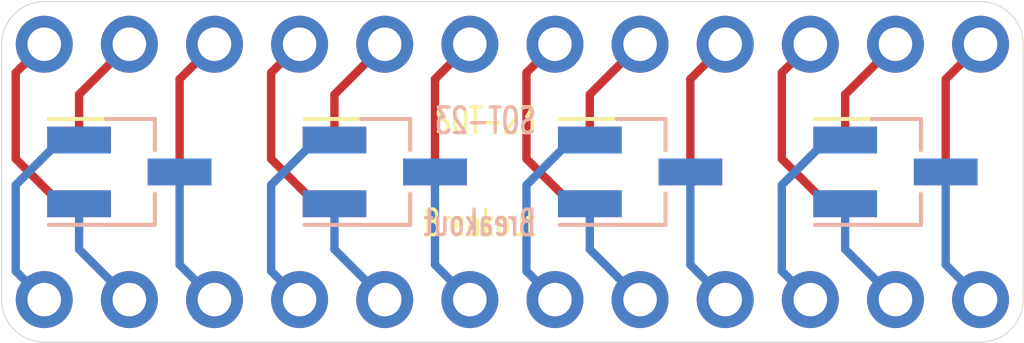
<source format=kicad_pcb>
(kicad_pcb (version 20171130) (host pcbnew 5.0.2-bee76a0~70~ubuntu16.04.1)

  (general
    (thickness 1.6)
    (drawings 12)
    (tracks 64)
    (zones 0)
    (modules 10)
    (nets 25)
  )

  (page A4)
  (layers
    (0 F.Cu signal)
    (31 B.Cu signal)
    (32 B.Adhes user)
    (33 F.Adhes user)
    (34 B.Paste user)
    (35 F.Paste user)
    (36 B.SilkS user)
    (37 F.SilkS user)
    (38 B.Mask user)
    (39 F.Mask user)
    (40 Dwgs.User user)
    (41 Cmts.User user)
    (42 Eco1.User user)
    (43 Eco2.User user)
    (44 Edge.Cuts user)
    (45 Margin user)
    (46 B.CrtYd user)
    (47 F.CrtYd user)
    (48 B.Fab user)
    (49 F.Fab user)
  )

  (setup
    (last_trace_width 0.25)
    (trace_clearance 0.2)
    (zone_clearance 0.508)
    (zone_45_only no)
    (trace_min 0.2)
    (segment_width 0.2)
    (edge_width 0.15)
    (via_size 0.8)
    (via_drill 0.4)
    (via_min_size 0.4)
    (via_min_drill 0.3)
    (uvia_size 0.3)
    (uvia_drill 0.1)
    (uvias_allowed no)
    (uvia_min_size 0.2)
    (uvia_min_drill 0.1)
    (pcb_text_width 0.3)
    (pcb_text_size 1.5 1.5)
    (mod_edge_width 0.15)
    (mod_text_size 1 1)
    (mod_text_width 0.15)
    (pad_size 1.524 1.524)
    (pad_drill 0.762)
    (pad_to_mask_clearance 0.051)
    (solder_mask_min_width 0.25)
    (aux_axis_origin 0 0)
    (visible_elements FFFFF77F)
    (pcbplotparams
      (layerselection 0x310f0_ffffffff)
      (usegerberextensions false)
      (usegerberattributes false)
      (usegerberadvancedattributes false)
      (creategerberjobfile false)
      (excludeedgelayer true)
      (linewidth 0.100000)
      (plotframeref false)
      (viasonmask false)
      (mode 1)
      (useauxorigin false)
      (hpglpennumber 1)
      (hpglpenspeed 20)
      (hpglpendiameter 15.000000)
      (psnegative false)
      (psa4output false)
      (plotreference true)
      (plotvalue true)
      (plotinvisibletext false)
      (padsonsilk false)
      (subtractmaskfromsilk false)
      (outputformat 1)
      (mirror false)
      (drillshape 0)
      (scaleselection 1)
      (outputdirectory "gerber"))
  )

  (net 0 "")
  (net 1 "Net-(J1-Pad3)")
  (net 2 "Net-(J1-Pad4)")
  (net 3 "Net-(J1-Pad5)")
  (net 4 "Net-(J1-Pad6)")
  (net 5 "Net-(J1-Pad2)")
  (net 6 "Net-(J1-Pad1)")
  (net 7 "Net-(J2-Pad1)")
  (net 8 "Net-(J2-Pad2)")
  (net 9 "Net-(J2-Pad3)")
  (net 10 "Net-(J2-Pad4)")
  (net 11 "Net-(J2-Pad5)")
  (net 12 "Net-(J2-Pad6)")
  (net 13 "Net-(J1-Pad12)")
  (net 14 "Net-(J1-Pad11)")
  (net 15 "Net-(J1-Pad10)")
  (net 16 "Net-(J1-Pad9)")
  (net 17 "Net-(J1-Pad8)")
  (net 18 "Net-(J1-Pad7)")
  (net 19 "Net-(J2-Pad7)")
  (net 20 "Net-(J2-Pad8)")
  (net 21 "Net-(J2-Pad9)")
  (net 22 "Net-(J2-Pad10)")
  (net 23 "Net-(J2-Pad11)")
  (net 24 "Net-(J2-Pad12)")

  (net_class Default "This is the default net class."
    (clearance 0.2)
    (trace_width 0.25)
    (via_dia 0.8)
    (via_drill 0.4)
    (uvia_dia 0.3)
    (uvia_drill 0.1)
    (add_net "Net-(J1-Pad1)")
    (add_net "Net-(J1-Pad10)")
    (add_net "Net-(J1-Pad11)")
    (add_net "Net-(J1-Pad12)")
    (add_net "Net-(J1-Pad2)")
    (add_net "Net-(J1-Pad3)")
    (add_net "Net-(J1-Pad4)")
    (add_net "Net-(J1-Pad5)")
    (add_net "Net-(J1-Pad6)")
    (add_net "Net-(J1-Pad7)")
    (add_net "Net-(J1-Pad8)")
    (add_net "Net-(J1-Pad9)")
    (add_net "Net-(J2-Pad1)")
    (add_net "Net-(J2-Pad10)")
    (add_net "Net-(J2-Pad11)")
    (add_net "Net-(J2-Pad12)")
    (add_net "Net-(J2-Pad2)")
    (add_net "Net-(J2-Pad3)")
    (add_net "Net-(J2-Pad4)")
    (add_net "Net-(J2-Pad5)")
    (add_net "Net-(J2-Pad6)")
    (add_net "Net-(J2-Pad7)")
    (add_net "Net-(J2-Pad8)")
    (add_net "Net-(J2-Pad9)")
  )

  (module Package_TO_SOT_SMD:SOT-23_Handsoldering (layer F.Cu) (tedit 5E9B88E9) (tstamp 5EB6DD49)
    (at 152.4 80.01)
    (descr "SOT-23, Handsoldering")
    (tags SOT-23)
    (path /5E9C5C43)
    (attr smd)
    (fp_text reference Q1 (at 2.54 1.778) (layer F.SilkS) hide
      (effects (font (size 1 1) (thickness 0.15)))
    )
    (fp_text value Q_NMOS_GSD (at 0 2.5) (layer F.Fab) hide
      (effects (font (size 1 1) (thickness 0.15)))
    )
    (fp_line (start 0.76 1.58) (end -0.7 1.58) (layer F.SilkS) (width 0.12))
    (fp_line (start -0.7 1.52) (end 0.7 1.52) (layer F.Fab) (width 0.1))
    (fp_line (start 0.7 -1.52) (end 0.7 1.52) (layer F.Fab) (width 0.1))
    (fp_line (start -0.7 -0.95) (end -0.15 -1.52) (layer F.Fab) (width 0.1))
    (fp_line (start -0.15 -1.52) (end 0.7 -1.52) (layer F.Fab) (width 0.1))
    (fp_line (start -0.7 -0.95) (end -0.7 1.5) (layer F.Fab) (width 0.1))
    (fp_line (start 0.76 -1.58) (end -2.4 -1.58) (layer F.SilkS) (width 0.12))
    (fp_line (start -2.7 1.75) (end -2.7 -1.75) (layer F.CrtYd) (width 0.05))
    (fp_line (start 2.7 1.75) (end -2.7 1.75) (layer F.CrtYd) (width 0.05))
    (fp_line (start 2.7 -1.75) (end 2.7 1.75) (layer F.CrtYd) (width 0.05))
    (fp_line (start -2.7 -1.75) (end 2.7 -1.75) (layer F.CrtYd) (width 0.05))
    (fp_line (start 0.76 -1.58) (end 0.76 -0.65) (layer F.SilkS) (width 0.12))
    (fp_line (start 0.76 1.58) (end 0.76 0.65) (layer F.SilkS) (width 0.12))
    (fp_text user %R (at 0 0 90) (layer F.Fab)
      (effects (font (size 0.5 0.5) (thickness 0.075)))
    )
    (pad 3 smd rect (at 1.5 0) (size 1.9 0.8) (layers F.Cu F.Paste F.Mask)
      (net 13 "Net-(J1-Pad12)"))
    (pad 2 smd rect (at -1.5 0.95) (size 1.9 0.8) (layers F.Cu F.Paste F.Mask)
      (net 15 "Net-(J1-Pad10)"))
    (pad 1 smd rect (at -1.5 -0.95) (size 1.9 0.8) (layers F.Cu F.Paste F.Mask)
      (net 14 "Net-(J1-Pad11)"))
    (model ${KISYS3DMOD}/Package_TO_SOT_SMD.3dshapes/SOT-23.wrl
      (at (xyz 0 0 0))
      (scale (xyz 1 1 1))
      (rotate (xyz 0 0 0))
    )
  )

  (module Package_TO_SOT_SMD:SOT-23_Handsoldering (layer F.Cu) (tedit 5E9B88EC) (tstamp 5EB6DD5E)
    (at 144.78 80.01)
    (descr "SOT-23, Handsoldering")
    (tags SOT-23)
    (path /5E9C5C30)
    (attr smd)
    (fp_text reference Q2 (at 2.032 1.778) (layer F.SilkS) hide
      (effects (font (size 1 1) (thickness 0.15)))
    )
    (fp_text value Q_NMOS_GSD (at 0 2.5) (layer F.Fab) hide
      (effects (font (size 1 1) (thickness 0.15)))
    )
    (fp_text user %R (at 0 0 90) (layer F.Fab)
      (effects (font (size 0.5 0.5) (thickness 0.075)))
    )
    (fp_line (start 0.76 1.58) (end 0.76 0.65) (layer F.SilkS) (width 0.12))
    (fp_line (start 0.76 -1.58) (end 0.76 -0.65) (layer F.SilkS) (width 0.12))
    (fp_line (start -2.7 -1.75) (end 2.7 -1.75) (layer F.CrtYd) (width 0.05))
    (fp_line (start 2.7 -1.75) (end 2.7 1.75) (layer F.CrtYd) (width 0.05))
    (fp_line (start 2.7 1.75) (end -2.7 1.75) (layer F.CrtYd) (width 0.05))
    (fp_line (start -2.7 1.75) (end -2.7 -1.75) (layer F.CrtYd) (width 0.05))
    (fp_line (start 0.76 -1.58) (end -2.4 -1.58) (layer F.SilkS) (width 0.12))
    (fp_line (start -0.7 -0.95) (end -0.7 1.5) (layer F.Fab) (width 0.1))
    (fp_line (start -0.15 -1.52) (end 0.7 -1.52) (layer F.Fab) (width 0.1))
    (fp_line (start -0.7 -0.95) (end -0.15 -1.52) (layer F.Fab) (width 0.1))
    (fp_line (start 0.7 -1.52) (end 0.7 1.52) (layer F.Fab) (width 0.1))
    (fp_line (start -0.7 1.52) (end 0.7 1.52) (layer F.Fab) (width 0.1))
    (fp_line (start 0.76 1.58) (end -0.7 1.58) (layer F.SilkS) (width 0.12))
    (pad 1 smd rect (at -1.5 -0.95) (size 1.9 0.8) (layers F.Cu F.Paste F.Mask)
      (net 17 "Net-(J1-Pad8)"))
    (pad 2 smd rect (at -1.5 0.95) (size 1.9 0.8) (layers F.Cu F.Paste F.Mask)
      (net 18 "Net-(J1-Pad7)"))
    (pad 3 smd rect (at 1.5 0) (size 1.9 0.8) (layers F.Cu F.Paste F.Mask)
      (net 16 "Net-(J1-Pad9)"))
    (model ${KISYS3DMOD}/Package_TO_SOT_SMD.3dshapes/SOT-23.wrl
      (at (xyz 0 0 0))
      (scale (xyz 1 1 1))
      (rotate (xyz 0 0 0))
    )
  )

  (module Package_TO_SOT_SMD:SOT-23_Handsoldering (layer F.Cu) (tedit 5E9B88EF) (tstamp 5EB6DD73)
    (at 137.16 80.01)
    (descr "SOT-23, Handsoldering")
    (tags SOT-23)
    (path /5E9C5C24)
    (attr smd)
    (fp_text reference Q3 (at 3.048 -1.778) (layer F.SilkS) hide
      (effects (font (size 1 1) (thickness 0.15)))
    )
    (fp_text value Q_NMOS_GSD (at 0 2.5) (layer F.Fab) hide
      (effects (font (size 1 1) (thickness 0.15)))
    )
    (fp_text user %R (at 0 0 90) (layer F.Fab)
      (effects (font (size 0.5 0.5) (thickness 0.075)))
    )
    (fp_line (start 0.76 1.58) (end 0.76 0.65) (layer F.SilkS) (width 0.12))
    (fp_line (start 0.76 -1.58) (end 0.76 -0.65) (layer F.SilkS) (width 0.12))
    (fp_line (start -2.7 -1.75) (end 2.7 -1.75) (layer F.CrtYd) (width 0.05))
    (fp_line (start 2.7 -1.75) (end 2.7 1.75) (layer F.CrtYd) (width 0.05))
    (fp_line (start 2.7 1.75) (end -2.7 1.75) (layer F.CrtYd) (width 0.05))
    (fp_line (start -2.7 1.75) (end -2.7 -1.75) (layer F.CrtYd) (width 0.05))
    (fp_line (start 0.76 -1.58) (end -2.4 -1.58) (layer F.SilkS) (width 0.12))
    (fp_line (start -0.7 -0.95) (end -0.7 1.5) (layer F.Fab) (width 0.1))
    (fp_line (start -0.15 -1.52) (end 0.7 -1.52) (layer F.Fab) (width 0.1))
    (fp_line (start -0.7 -0.95) (end -0.15 -1.52) (layer F.Fab) (width 0.1))
    (fp_line (start 0.7 -1.52) (end 0.7 1.52) (layer F.Fab) (width 0.1))
    (fp_line (start -0.7 1.52) (end 0.7 1.52) (layer F.Fab) (width 0.1))
    (fp_line (start 0.76 1.58) (end -0.7 1.58) (layer F.SilkS) (width 0.12))
    (pad 1 smd rect (at -1.5 -0.95) (size 1.9 0.8) (layers F.Cu F.Paste F.Mask)
      (net 3 "Net-(J1-Pad5)"))
    (pad 2 smd rect (at -1.5 0.95) (size 1.9 0.8) (layers F.Cu F.Paste F.Mask)
      (net 2 "Net-(J1-Pad4)"))
    (pad 3 smd rect (at 1.5 0) (size 1.9 0.8) (layers F.Cu F.Paste F.Mask)
      (net 4 "Net-(J1-Pad6)"))
    (model ${KISYS3DMOD}/Package_TO_SOT_SMD.3dshapes/SOT-23.wrl
      (at (xyz 0 0 0))
      (scale (xyz 1 1 1))
      (rotate (xyz 0 0 0))
    )
  )

  (module Package_TO_SOT_SMD:SOT-23_Handsoldering (layer F.Cu) (tedit 5E9B88F2) (tstamp 5EB6DD88)
    (at 129.54 80.01)
    (descr "SOT-23, Handsoldering")
    (tags SOT-23)
    (path /5E9C5C1A)
    (attr smd)
    (fp_text reference Q4 (at 2.54 -1.778) (layer F.SilkS) hide
      (effects (font (size 1 1) (thickness 0.15)))
    )
    (fp_text value Q_NMOS_GSD (at 0 2.5) (layer F.Fab) hide
      (effects (font (size 1 1) (thickness 0.15)))
    )
    (fp_line (start 0.76 1.58) (end -0.7 1.58) (layer F.SilkS) (width 0.12))
    (fp_line (start -0.7 1.52) (end 0.7 1.52) (layer F.Fab) (width 0.1))
    (fp_line (start 0.7 -1.52) (end 0.7 1.52) (layer F.Fab) (width 0.1))
    (fp_line (start -0.7 -0.95) (end -0.15 -1.52) (layer F.Fab) (width 0.1))
    (fp_line (start -0.15 -1.52) (end 0.7 -1.52) (layer F.Fab) (width 0.1))
    (fp_line (start -0.7 -0.95) (end -0.7 1.5) (layer F.Fab) (width 0.1))
    (fp_line (start 0.76 -1.58) (end -2.4 -1.58) (layer F.SilkS) (width 0.12))
    (fp_line (start -2.7 1.75) (end -2.7 -1.75) (layer F.CrtYd) (width 0.05))
    (fp_line (start 2.7 1.75) (end -2.7 1.75) (layer F.CrtYd) (width 0.05))
    (fp_line (start 2.7 -1.75) (end 2.7 1.75) (layer F.CrtYd) (width 0.05))
    (fp_line (start -2.7 -1.75) (end 2.7 -1.75) (layer F.CrtYd) (width 0.05))
    (fp_line (start 0.76 -1.58) (end 0.76 -0.65) (layer F.SilkS) (width 0.12))
    (fp_line (start 0.76 1.58) (end 0.76 0.65) (layer F.SilkS) (width 0.12))
    (fp_text user %R (at 0 0 90) (layer F.Fab)
      (effects (font (size 0.5 0.5) (thickness 0.075)))
    )
    (pad 3 smd rect (at 1.5 0) (size 1.9 0.8) (layers F.Cu F.Paste F.Mask)
      (net 1 "Net-(J1-Pad3)"))
    (pad 2 smd rect (at -1.5 0.95) (size 1.9 0.8) (layers F.Cu F.Paste F.Mask)
      (net 6 "Net-(J1-Pad1)"))
    (pad 1 smd rect (at -1.5 -0.95) (size 1.9 0.8) (layers F.Cu F.Paste F.Mask)
      (net 5 "Net-(J1-Pad2)"))
    (model ${KISYS3DMOD}/Package_TO_SOT_SMD.3dshapes/SOT-23.wrl
      (at (xyz 0 0 0))
      (scale (xyz 1 1 1))
      (rotate (xyz 0 0 0))
    )
  )

  (module footprints:Header_1x12_P2.54mm (layer F.Cu) (tedit 5E9B88E6) (tstamp 5EA8D1B2)
    (at 127 76.2 90)
    (descr "Through hole straight pin header, 1x12, 2.54mm pitch, single row")
    (tags "Through hole pin header THT 1x12 2.54mm single row")
    (path /5E9C5C3C)
    (fp_text reference J1 (at 0 -2.33 90) (layer F.SilkS) hide
      (effects (font (size 1 1) (thickness 0.15)))
    )
    (fp_text value Conn_01x12 (at 0 30.27 90) (layer F.Fab) hide
      (effects (font (size 1 1) (thickness 0.15)))
    )
    (fp_text user %R (at 0 13.97 180) (layer F.Fab)
      (effects (font (size 1 1) (thickness 0.15)))
    )
    (fp_line (start 1.27 -1.27) (end -1.27 -1.27) (layer F.CrtYd) (width 0.05))
    (fp_line (start 1.27 29.21) (end 1.27 -1.27) (layer F.CrtYd) (width 0.05))
    (fp_line (start -1.27 29.21) (end 1.27 29.21) (layer F.CrtYd) (width 0.05))
    (fp_line (start -1.27 -1.27) (end -1.27 29.21) (layer F.CrtYd) (width 0.05))
    (fp_line (start -1.27 29.21) (end -1.27 -1.27) (layer F.Fab) (width 0.1))
    (fp_line (start 1.27 29.21) (end -1.27 29.21) (layer F.Fab) (width 0.1))
    (fp_line (start 1.27 -1.27) (end 1.27 29.21) (layer F.Fab) (width 0.1))
    (fp_line (start -1.27 -1.27) (end 1.27 -1.27) (layer F.Fab) (width 0.1))
    (pad 1 thru_hole oval (at 0 0 90) (size 1.7 1.7) (drill 1) (layers *.Cu *.Mask)
      (net 6 "Net-(J1-Pad1)"))
    (pad 12 thru_hole oval (at 0 27.94 90) (size 1.7 1.7) (drill 1) (layers *.Cu *.Mask)
      (net 13 "Net-(J1-Pad12)"))
    (pad 11 thru_hole oval (at 0 25.4 90) (size 1.7 1.7) (drill 1) (layers *.Cu *.Mask)
      (net 14 "Net-(J1-Pad11)"))
    (pad 10 thru_hole oval (at 0 22.86 90) (size 1.7 1.7) (drill 1) (layers *.Cu *.Mask)
      (net 15 "Net-(J1-Pad10)"))
    (pad 9 thru_hole oval (at 0 20.32 90) (size 1.7 1.7) (drill 1) (layers *.Cu *.Mask)
      (net 16 "Net-(J1-Pad9)"))
    (pad 8 thru_hole oval (at 0 17.78 90) (size 1.7 1.7) (drill 1) (layers *.Cu *.Mask)
      (net 17 "Net-(J1-Pad8)"))
    (pad 7 thru_hole oval (at 0 15.24 90) (size 1.7 1.7) (drill 1) (layers *.Cu *.Mask)
      (net 18 "Net-(J1-Pad7)"))
    (pad 6 thru_hole oval (at 0 12.7 90) (size 1.7 1.7) (drill 1) (layers *.Cu *.Mask)
      (net 4 "Net-(J1-Pad6)"))
    (pad 5 thru_hole oval (at 0 10.16 90) (size 1.7 1.7) (drill 1) (layers *.Cu *.Mask)
      (net 3 "Net-(J1-Pad5)"))
    (pad 4 thru_hole oval (at 0 7.62 90) (size 1.7 1.7) (drill 1) (layers *.Cu *.Mask)
      (net 2 "Net-(J1-Pad4)"))
    (pad 3 thru_hole oval (at 0 5.08 90) (size 1.7 1.7) (drill 1) (layers *.Cu *.Mask)
      (net 1 "Net-(J1-Pad3)"))
    (pad 2 thru_hole oval (at 0 2.54 90) (size 1.7 1.7) (drill 1) (layers *.Cu *.Mask)
      (net 5 "Net-(J1-Pad2)"))
    (model ${KISYS3DMOD}/Connector_PinHeader_2.54mm.3dshapes/PinHeader_1x12_P2.54mm_Vertical.wrl
      (at (xyz 0 0 0))
      (scale (xyz 1 1 1))
      (rotate (xyz 0 0 0))
    )
  )

  (module footprints:Header_1x12_P2.54mm (layer F.Cu) (tedit 5E9B88E3) (tstamp 5EA8D1CB)
    (at 127 83.82 90)
    (descr "Through hole straight pin header, 1x12, 2.54mm pitch, single row")
    (tags "Through hole pin header THT 1x12 2.54mm single row")
    (path /5E9B8CD5)
    (fp_text reference J2 (at 0 -2.33 90) (layer F.SilkS) hide
      (effects (font (size 1 1) (thickness 0.15)))
    )
    (fp_text value Conn_01x12 (at 0 30.27 90) (layer F.Fab) hide
      (effects (font (size 1 1) (thickness 0.15)))
    )
    (fp_line (start -1.27 -1.27) (end 1.27 -1.27) (layer F.Fab) (width 0.1))
    (fp_line (start 1.27 -1.27) (end 1.27 29.21) (layer F.Fab) (width 0.1))
    (fp_line (start 1.27 29.21) (end -1.27 29.21) (layer F.Fab) (width 0.1))
    (fp_line (start -1.27 29.21) (end -1.27 -1.27) (layer F.Fab) (width 0.1))
    (fp_line (start -1.27 -1.27) (end -1.27 29.21) (layer F.CrtYd) (width 0.05))
    (fp_line (start -1.27 29.21) (end 1.27 29.21) (layer F.CrtYd) (width 0.05))
    (fp_line (start 1.27 29.21) (end 1.27 -1.27) (layer F.CrtYd) (width 0.05))
    (fp_line (start 1.27 -1.27) (end -1.27 -1.27) (layer F.CrtYd) (width 0.05))
    (fp_text user %R (at 0 13.97 180) (layer F.Fab)
      (effects (font (size 1 1) (thickness 0.15)))
    )
    (pad 2 thru_hole oval (at 0 2.54 90) (size 1.7 1.7) (drill 1) (layers *.Cu *.Mask)
      (net 8 "Net-(J2-Pad2)"))
    (pad 3 thru_hole oval (at 0 5.08 90) (size 1.7 1.7) (drill 1) (layers *.Cu *.Mask)
      (net 9 "Net-(J2-Pad3)"))
    (pad 4 thru_hole oval (at 0 7.62 90) (size 1.7 1.7) (drill 1) (layers *.Cu *.Mask)
      (net 10 "Net-(J2-Pad4)"))
    (pad 5 thru_hole oval (at 0 10.16 90) (size 1.7 1.7) (drill 1) (layers *.Cu *.Mask)
      (net 11 "Net-(J2-Pad5)"))
    (pad 6 thru_hole oval (at 0 12.7 90) (size 1.7 1.7) (drill 1) (layers *.Cu *.Mask)
      (net 12 "Net-(J2-Pad6)"))
    (pad 7 thru_hole oval (at 0 15.24 90) (size 1.7 1.7) (drill 1) (layers *.Cu *.Mask)
      (net 19 "Net-(J2-Pad7)"))
    (pad 8 thru_hole oval (at 0 17.78 90) (size 1.7 1.7) (drill 1) (layers *.Cu *.Mask)
      (net 20 "Net-(J2-Pad8)"))
    (pad 9 thru_hole oval (at 0 20.32 90) (size 1.7 1.7) (drill 1) (layers *.Cu *.Mask)
      (net 21 "Net-(J2-Pad9)"))
    (pad 10 thru_hole oval (at 0 22.86 90) (size 1.7 1.7) (drill 1) (layers *.Cu *.Mask)
      (net 22 "Net-(J2-Pad10)"))
    (pad 11 thru_hole oval (at 0 25.4 90) (size 1.7 1.7) (drill 1) (layers *.Cu *.Mask)
      (net 23 "Net-(J2-Pad11)"))
    (pad 12 thru_hole oval (at 0 27.94 90) (size 1.7 1.7) (drill 1) (layers *.Cu *.Mask)
      (net 24 "Net-(J2-Pad12)"))
    (pad 1 thru_hole oval (at 0 0 90) (size 1.7 1.7) (drill 1) (layers *.Cu *.Mask)
      (net 7 "Net-(J2-Pad1)"))
    (model ${KISYS3DMOD}/Connector_PinHeader_2.54mm.3dshapes/PinHeader_1x12_P2.54mm_Vertical.wrl
      (at (xyz 0 0 0))
      (scale (xyz 1 1 1))
      (rotate (xyz 0 0 0))
    )
  )

  (module Package_TO_SOT_SMD:SOT-23_Handsoldering (layer B.Cu) (tedit 5E9B8900) (tstamp 5EA8D1E0)
    (at 129.54 80.01)
    (descr "SOT-23, Handsoldering")
    (tags SOT-23)
    (path /5E9C0745)
    (attr smd)
    (fp_text reference Q5 (at 0 2.5) (layer B.SilkS) hide
      (effects (font (size 1 1) (thickness 0.15)) (justify mirror))
    )
    (fp_text value Q_NMOS_GSD (at 0 -2.5) (layer B.Fab) hide
      (effects (font (size 1 1) (thickness 0.15)) (justify mirror))
    )
    (fp_text user %R (at 0 0 -90) (layer B.Fab)
      (effects (font (size 0.5 0.5) (thickness 0.075)) (justify mirror))
    )
    (fp_line (start 0.76 -1.58) (end 0.76 -0.65) (layer B.SilkS) (width 0.12))
    (fp_line (start 0.76 1.58) (end 0.76 0.65) (layer B.SilkS) (width 0.12))
    (fp_line (start -2.7 1.75) (end 2.7 1.75) (layer B.CrtYd) (width 0.05))
    (fp_line (start 2.7 1.75) (end 2.7 -1.75) (layer B.CrtYd) (width 0.05))
    (fp_line (start 2.7 -1.75) (end -2.7 -1.75) (layer B.CrtYd) (width 0.05))
    (fp_line (start -2.7 -1.75) (end -2.7 1.75) (layer B.CrtYd) (width 0.05))
    (fp_line (start 0.76 1.58) (end -2.4 1.58) (layer B.SilkS) (width 0.12))
    (fp_line (start -0.7 0.95) (end -0.7 -1.5) (layer B.Fab) (width 0.1))
    (fp_line (start -0.15 1.52) (end 0.7 1.52) (layer B.Fab) (width 0.1))
    (fp_line (start -0.7 0.95) (end -0.15 1.52) (layer B.Fab) (width 0.1))
    (fp_line (start 0.7 1.52) (end 0.7 -1.52) (layer B.Fab) (width 0.1))
    (fp_line (start -0.7 -1.52) (end 0.7 -1.52) (layer B.Fab) (width 0.1))
    (fp_line (start 0.76 -1.58) (end -0.7 -1.58) (layer B.SilkS) (width 0.12))
    (pad 1 smd rect (at -1.5 0.95) (size 1.9 0.8) (layers B.Cu B.Paste B.Mask)
      (net 8 "Net-(J2-Pad2)"))
    (pad 2 smd rect (at -1.5 -0.95) (size 1.9 0.8) (layers B.Cu B.Paste B.Mask)
      (net 7 "Net-(J2-Pad1)"))
    (pad 3 smd rect (at 1.5 0) (size 1.9 0.8) (layers B.Cu B.Paste B.Mask)
      (net 9 "Net-(J2-Pad3)"))
    (model ${KISYS3DMOD}/Package_TO_SOT_SMD.3dshapes/SOT-23.wrl
      (at (xyz 0 0 0))
      (scale (xyz 1 1 1))
      (rotate (xyz 0 0 0))
    )
  )

  (module Package_TO_SOT_SMD:SOT-23_Handsoldering (layer B.Cu) (tedit 5E9B88FD) (tstamp 5EA8D1F5)
    (at 137.16 80.01)
    (descr "SOT-23, Handsoldering")
    (tags SOT-23)
    (path /5E9C1DB5)
    (attr smd)
    (fp_text reference Q6 (at 0 2.5) (layer B.SilkS) hide
      (effects (font (size 1 1) (thickness 0.15)) (justify mirror))
    )
    (fp_text value Q_NMOS_GSD (at 0 -2.5) (layer B.Fab) hide
      (effects (font (size 1 1) (thickness 0.15)) (justify mirror))
    )
    (fp_line (start 0.76 -1.58) (end -0.7 -1.58) (layer B.SilkS) (width 0.12))
    (fp_line (start -0.7 -1.52) (end 0.7 -1.52) (layer B.Fab) (width 0.1))
    (fp_line (start 0.7 1.52) (end 0.7 -1.52) (layer B.Fab) (width 0.1))
    (fp_line (start -0.7 0.95) (end -0.15 1.52) (layer B.Fab) (width 0.1))
    (fp_line (start -0.15 1.52) (end 0.7 1.52) (layer B.Fab) (width 0.1))
    (fp_line (start -0.7 0.95) (end -0.7 -1.5) (layer B.Fab) (width 0.1))
    (fp_line (start 0.76 1.58) (end -2.4 1.58) (layer B.SilkS) (width 0.12))
    (fp_line (start -2.7 -1.75) (end -2.7 1.75) (layer B.CrtYd) (width 0.05))
    (fp_line (start 2.7 -1.75) (end -2.7 -1.75) (layer B.CrtYd) (width 0.05))
    (fp_line (start 2.7 1.75) (end 2.7 -1.75) (layer B.CrtYd) (width 0.05))
    (fp_line (start -2.7 1.75) (end 2.7 1.75) (layer B.CrtYd) (width 0.05))
    (fp_line (start 0.76 1.58) (end 0.76 0.65) (layer B.SilkS) (width 0.12))
    (fp_line (start 0.76 -1.58) (end 0.76 -0.65) (layer B.SilkS) (width 0.12))
    (fp_text user %R (at 0 0 -90) (layer B.Fab)
      (effects (font (size 0.5 0.5) (thickness 0.075)) (justify mirror))
    )
    (pad 3 smd rect (at 1.5 0) (size 1.9 0.8) (layers B.Cu B.Paste B.Mask)
      (net 12 "Net-(J2-Pad6)"))
    (pad 2 smd rect (at -1.5 -0.95) (size 1.9 0.8) (layers B.Cu B.Paste B.Mask)
      (net 10 "Net-(J2-Pad4)"))
    (pad 1 smd rect (at -1.5 0.95) (size 1.9 0.8) (layers B.Cu B.Paste B.Mask)
      (net 11 "Net-(J2-Pad5)"))
    (model ${KISYS3DMOD}/Package_TO_SOT_SMD.3dshapes/SOT-23.wrl
      (at (xyz 0 0 0))
      (scale (xyz 1 1 1))
      (rotate (xyz 0 0 0))
    )
  )

  (module Package_TO_SOT_SMD:SOT-23_Handsoldering (layer B.Cu) (tedit 5E9B88FB) (tstamp 5EA8D20A)
    (at 144.78 80.01)
    (descr "SOT-23, Handsoldering")
    (tags SOT-23)
    (path /5E9B8070)
    (attr smd)
    (fp_text reference Q7 (at 0 2.5) (layer B.SilkS) hide
      (effects (font (size 1 1) (thickness 0.15)) (justify mirror))
    )
    (fp_text value Q_NMOS_GSD (at 0 -2.5) (layer B.Fab) hide
      (effects (font (size 1 1) (thickness 0.15)) (justify mirror))
    )
    (fp_text user %R (at 0 0 -90) (layer B.Fab)
      (effects (font (size 0.5 0.5) (thickness 0.075)) (justify mirror))
    )
    (fp_line (start 0.76 -1.58) (end 0.76 -0.65) (layer B.SilkS) (width 0.12))
    (fp_line (start 0.76 1.58) (end 0.76 0.65) (layer B.SilkS) (width 0.12))
    (fp_line (start -2.7 1.75) (end 2.7 1.75) (layer B.CrtYd) (width 0.05))
    (fp_line (start 2.7 1.75) (end 2.7 -1.75) (layer B.CrtYd) (width 0.05))
    (fp_line (start 2.7 -1.75) (end -2.7 -1.75) (layer B.CrtYd) (width 0.05))
    (fp_line (start -2.7 -1.75) (end -2.7 1.75) (layer B.CrtYd) (width 0.05))
    (fp_line (start 0.76 1.58) (end -2.4 1.58) (layer B.SilkS) (width 0.12))
    (fp_line (start -0.7 0.95) (end -0.7 -1.5) (layer B.Fab) (width 0.1))
    (fp_line (start -0.15 1.52) (end 0.7 1.52) (layer B.Fab) (width 0.1))
    (fp_line (start -0.7 0.95) (end -0.15 1.52) (layer B.Fab) (width 0.1))
    (fp_line (start 0.7 1.52) (end 0.7 -1.52) (layer B.Fab) (width 0.1))
    (fp_line (start -0.7 -1.52) (end 0.7 -1.52) (layer B.Fab) (width 0.1))
    (fp_line (start 0.76 -1.58) (end -0.7 -1.58) (layer B.SilkS) (width 0.12))
    (pad 1 smd rect (at -1.5 0.95) (size 1.9 0.8) (layers B.Cu B.Paste B.Mask)
      (net 20 "Net-(J2-Pad8)"))
    (pad 2 smd rect (at -1.5 -0.95) (size 1.9 0.8) (layers B.Cu B.Paste B.Mask)
      (net 19 "Net-(J2-Pad7)"))
    (pad 3 smd rect (at 1.5 0) (size 1.9 0.8) (layers B.Cu B.Paste B.Mask)
      (net 21 "Net-(J2-Pad9)"))
    (model ${KISYS3DMOD}/Package_TO_SOT_SMD.3dshapes/SOT-23.wrl
      (at (xyz 0 0 0))
      (scale (xyz 1 1 1))
      (rotate (xyz 0 0 0))
    )
  )

  (module Package_TO_SOT_SMD:SOT-23_Handsoldering (layer B.Cu) (tedit 5E9B88F9) (tstamp 5EA8D21F)
    (at 152.4 80.01)
    (descr "SOT-23, Handsoldering")
    (tags SOT-23)
    (path /5E9B8D74)
    (attr smd)
    (fp_text reference Q8 (at 0 2.5) (layer B.SilkS) hide
      (effects (font (size 1 1) (thickness 0.15)) (justify mirror))
    )
    (fp_text value Q_NMOS_GSD (at 0 -2.5) (layer B.Fab) hide
      (effects (font (size 1 1) (thickness 0.15)) (justify mirror))
    )
    (fp_line (start 0.76 -1.58) (end -0.7 -1.58) (layer B.SilkS) (width 0.12))
    (fp_line (start -0.7 -1.52) (end 0.7 -1.52) (layer B.Fab) (width 0.1))
    (fp_line (start 0.7 1.52) (end 0.7 -1.52) (layer B.Fab) (width 0.1))
    (fp_line (start -0.7 0.95) (end -0.15 1.52) (layer B.Fab) (width 0.1))
    (fp_line (start -0.15 1.52) (end 0.7 1.52) (layer B.Fab) (width 0.1))
    (fp_line (start -0.7 0.95) (end -0.7 -1.5) (layer B.Fab) (width 0.1))
    (fp_line (start 0.76 1.58) (end -2.4 1.58) (layer B.SilkS) (width 0.12))
    (fp_line (start -2.7 -1.75) (end -2.7 1.75) (layer B.CrtYd) (width 0.05))
    (fp_line (start 2.7 -1.75) (end -2.7 -1.75) (layer B.CrtYd) (width 0.05))
    (fp_line (start 2.7 1.75) (end 2.7 -1.75) (layer B.CrtYd) (width 0.05))
    (fp_line (start -2.7 1.75) (end 2.7 1.75) (layer B.CrtYd) (width 0.05))
    (fp_line (start 0.76 1.58) (end 0.76 0.65) (layer B.SilkS) (width 0.12))
    (fp_line (start 0.76 -1.58) (end 0.76 -0.65) (layer B.SilkS) (width 0.12))
    (fp_text user %R (at 0 0 -90) (layer B.Fab)
      (effects (font (size 0.5 0.5) (thickness 0.075)) (justify mirror))
    )
    (pad 3 smd rect (at 1.5 0) (size 1.9 0.8) (layers B.Cu B.Paste B.Mask)
      (net 24 "Net-(J2-Pad12)"))
    (pad 2 smd rect (at -1.5 -0.95) (size 1.9 0.8) (layers B.Cu B.Paste B.Mask)
      (net 22 "Net-(J2-Pad10)"))
    (pad 1 smd rect (at -1.5 0.95) (size 1.9 0.8) (layers B.Cu B.Paste B.Mask)
      (net 23 "Net-(J2-Pad11)"))
    (model ${KISYS3DMOD}/Package_TO_SOT_SMD.3dshapes/SOT-23.wrl
      (at (xyz 0 0 0))
      (scale (xyz 1 1 1))
      (rotate (xyz 0 0 0))
    )
  )

  (gr_arc (start 154.94 83.82) (end 154.94 85.09) (angle -90) (layer Edge.Cuts) (width 0.0254) (tstamp 5E9B87E4))
  (gr_arc (start 127 83.82) (end 125.73 83.82) (angle -90) (layer Edge.Cuts) (width 0.0254) (tstamp 5E9B87E4))
  (gr_arc (start 127 76.2) (end 127 74.93) (angle -90) (layer Edge.Cuts) (width 0.0254) (tstamp 5E9B87E4))
  (gr_arc (start 154.94 76.2) (end 156.21 76.2) (angle -90) (layer Edge.Cuts) (width 0.0254))
  (gr_text Breakout (at 141.732 81.534) (layer F.SilkS) (tstamp 5EC2DAB8)
    (effects (font (size 0.762 0.508) (thickness 0.1016)) (justify right))
  )
  (gr_text SOT-23 (at 141.732 78.486) (layer F.SilkS) (tstamp 5EC2DAB7)
    (effects (font (size 0.762 0.508) (thickness 0.1016)) (justify right))
  )
  (gr_text SOT-23 (at 141.732 78.486) (layer B.SilkS) (tstamp 5EC2D94F)
    (effects (font (size 0.762 0.508) (thickness 0.1016)) (justify left mirror))
  )
  (gr_text Breakout (at 141.732 81.534) (layer B.SilkS) (tstamp 5EC2D942)
    (effects (font (size 0.762 0.508) (thickness 0.1016)) (justify left mirror))
  )
  (gr_line (start 125.73 83.82) (end 125.73 76.2) (layer Edge.Cuts) (width 0.0254))
  (gr_line (start 154.94 85.09) (end 127 85.09) (layer Edge.Cuts) (width 0.0254))
  (gr_line (start 156.21 76.2) (end 156.21 83.82) (layer Edge.Cuts) (width 0.0254))
  (gr_line (start 127 74.93) (end 154.94 74.93) (layer Edge.Cuts) (width 0.0254))

  (segment (start 131.04 77.24) (end 132.08 76.2) (width 0.25) (layer F.Cu) (net 1))
  (segment (start 131.04 80.01) (end 131.04 77.24) (width 0.25) (layer F.Cu) (net 1))
  (segment (start 133.770001 77.049999) (end 134.62 76.2) (width 0.25) (layer F.Cu) (net 2))
  (segment (start 135.11 80.96) (end 133.770001 79.620001) (width 0.25) (layer F.Cu) (net 2))
  (segment (start 133.770001 79.620001) (end 133.770001 77.049999) (width 0.25) (layer F.Cu) (net 2))
  (segment (start 135.66 80.96) (end 135.11 80.96) (width 0.25) (layer F.Cu) (net 2))
  (segment (start 135.66 77.7) (end 137.16 76.2) (width 0.25) (layer F.Cu) (net 3))
  (segment (start 135.66 79.06) (end 135.66 77.7) (width 0.25) (layer F.Cu) (net 3))
  (segment (start 138.66 77.24) (end 139.7 76.2) (width 0.25) (layer F.Cu) (net 4))
  (segment (start 138.66 80.01) (end 138.66 77.24) (width 0.25) (layer F.Cu) (net 4))
  (segment (start 128.04 77.7) (end 129.54 76.2) (width 0.25) (layer F.Cu) (net 5))
  (segment (start 128.04 79.06) (end 128.04 77.7) (width 0.25) (layer F.Cu) (net 5))
  (segment (start 126.150001 77.049999) (end 127 76.2) (width 0.25) (layer F.Cu) (net 6))
  (segment (start 126.150001 79.620001) (end 126.150001 77.049999) (width 0.25) (layer F.Cu) (net 6))
  (segment (start 127.49 80.96) (end 126.150001 79.620001) (width 0.25) (layer F.Cu) (net 6))
  (segment (start 128.04 80.96) (end 127.49 80.96) (width 0.25) (layer F.Cu) (net 6))
  (segment (start 126.150001 82.970001) (end 127 83.82) (width 0.25) (layer B.Cu) (net 7))
  (segment (start 126.150001 80.399999) (end 126.150001 82.970001) (width 0.25) (layer B.Cu) (net 7))
  (segment (start 127.49 79.06) (end 126.150001 80.399999) (width 0.25) (layer B.Cu) (net 7))
  (segment (start 128.04 79.06) (end 127.49 79.06) (width 0.25) (layer B.Cu) (net 7))
  (segment (start 128.04 82.32) (end 129.54 83.82) (width 0.25) (layer B.Cu) (net 8))
  (segment (start 128.04 80.96) (end 128.04 82.32) (width 0.25) (layer B.Cu) (net 8))
  (segment (start 131.04 82.78) (end 132.08 83.82) (width 0.25) (layer B.Cu) (net 9))
  (segment (start 131.04 80.01) (end 131.04 82.78) (width 0.25) (layer B.Cu) (net 9))
  (segment (start 133.770001 82.970001) (end 134.62 83.82) (width 0.25) (layer B.Cu) (net 10))
  (segment (start 133.770001 80.399999) (end 133.770001 82.970001) (width 0.25) (layer B.Cu) (net 10))
  (segment (start 135.11 79.06) (end 133.770001 80.399999) (width 0.25) (layer B.Cu) (net 10))
  (segment (start 135.66 79.06) (end 135.11 79.06) (width 0.25) (layer B.Cu) (net 10))
  (segment (start 135.66 82.32) (end 137.16 83.82) (width 0.25) (layer B.Cu) (net 11))
  (segment (start 135.66 80.96) (end 135.66 82.32) (width 0.25) (layer B.Cu) (net 11))
  (segment (start 138.66 82.78) (end 139.7 83.82) (width 0.25) (layer B.Cu) (net 12))
  (segment (start 138.66 80.01) (end 138.66 82.78) (width 0.25) (layer B.Cu) (net 12))
  (segment (start 153.9 77.24) (end 154.94 76.2) (width 0.25) (layer F.Cu) (net 13))
  (segment (start 153.9 80.01) (end 153.9 77.24) (width 0.25) (layer F.Cu) (net 13))
  (segment (start 150.9 77.7) (end 152.4 76.2) (width 0.25) (layer F.Cu) (net 14))
  (segment (start 150.9 79.06) (end 150.9 77.7) (width 0.25) (layer F.Cu) (net 14))
  (segment (start 149.010001 77.049999) (end 149.86 76.2) (width 0.25) (layer F.Cu) (net 15))
  (segment (start 149.010001 79.620001) (end 149.010001 77.049999) (width 0.25) (layer F.Cu) (net 15))
  (segment (start 150.35 80.96) (end 149.010001 79.620001) (width 0.25) (layer F.Cu) (net 15))
  (segment (start 150.9 80.96) (end 150.35 80.96) (width 0.25) (layer F.Cu) (net 15))
  (segment (start 146.28 77.24) (end 147.32 76.2) (width 0.25) (layer F.Cu) (net 16))
  (segment (start 146.28 80.01) (end 146.28 77.24) (width 0.25) (layer F.Cu) (net 16))
  (segment (start 143.28 77.7) (end 144.78 76.2) (width 0.25) (layer F.Cu) (net 17))
  (segment (start 143.28 79.06) (end 143.28 77.7) (width 0.25) (layer F.Cu) (net 17))
  (segment (start 141.390001 77.049999) (end 142.24 76.2) (width 0.25) (layer F.Cu) (net 18))
  (segment (start 141.390001 79.620001) (end 141.390001 77.049999) (width 0.25) (layer F.Cu) (net 18))
  (segment (start 142.73 80.96) (end 141.390001 79.620001) (width 0.25) (layer F.Cu) (net 18))
  (segment (start 143.28 80.96) (end 142.73 80.96) (width 0.25) (layer F.Cu) (net 18))
  (segment (start 141.390001 80.399999) (end 141.390001 82.970001) (width 0.25) (layer B.Cu) (net 19))
  (segment (start 141.390001 82.970001) (end 142.24 83.82) (width 0.25) (layer B.Cu) (net 19))
  (segment (start 142.73 79.06) (end 141.390001 80.399999) (width 0.25) (layer B.Cu) (net 19))
  (segment (start 143.28 79.06) (end 142.73 79.06) (width 0.25) (layer B.Cu) (net 19))
  (segment (start 143.28 82.32) (end 144.78 83.82) (width 0.25) (layer B.Cu) (net 20))
  (segment (start 143.28 80.96) (end 143.28 82.32) (width 0.25) (layer B.Cu) (net 20))
  (segment (start 146.28 82.78) (end 147.32 83.82) (width 0.25) (layer B.Cu) (net 21))
  (segment (start 146.28 80.01) (end 146.28 82.78) (width 0.25) (layer B.Cu) (net 21))
  (segment (start 149.010001 82.970001) (end 149.86 83.82) (width 0.25) (layer B.Cu) (net 22))
  (segment (start 149.010001 80.399999) (end 149.010001 82.970001) (width 0.25) (layer B.Cu) (net 22))
  (segment (start 150.35 79.06) (end 149.010001 80.399999) (width 0.25) (layer B.Cu) (net 22))
  (segment (start 150.9 79.06) (end 150.35 79.06) (width 0.25) (layer B.Cu) (net 22))
  (segment (start 150.9 82.32) (end 152.4 83.82) (width 0.25) (layer B.Cu) (net 23))
  (segment (start 150.9 80.96) (end 150.9 82.32) (width 0.25) (layer B.Cu) (net 23))
  (segment (start 153.9 82.78) (end 154.94 83.82) (width 0.25) (layer B.Cu) (net 24))
  (segment (start 153.9 80.01) (end 153.9 82.78) (width 0.25) (layer B.Cu) (net 24))

)

</source>
